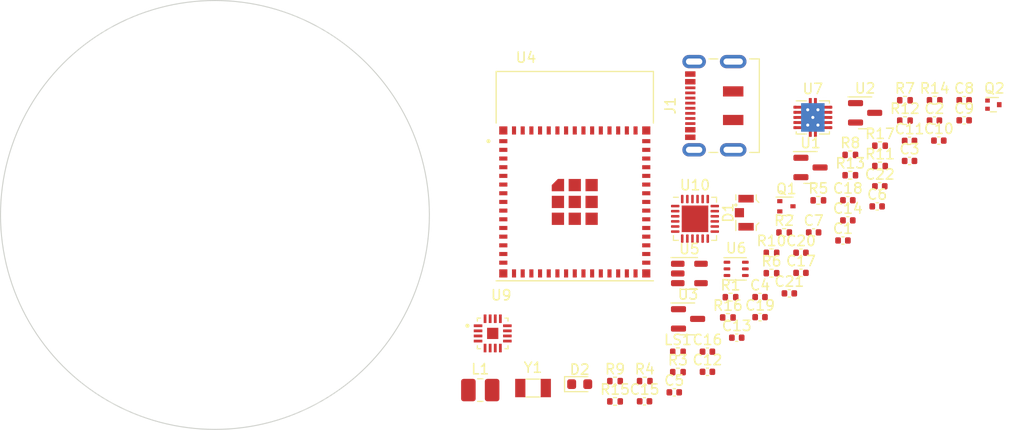
<source format=kicad_pcb>
(kicad_pcb (version 20211014) (generator pcbnew)
  (layers (0 "F.Cu" signal) (31 "B.Cu" signal) (34 "B.Paste" user) (35 "F.Paste" user) (36 "B.SilkS" user "B.Silkscreen") (37 "F.SilkS" user "F.Silkscreen") (38 "B.Mask" user) (39 "F.Mask" user) (44 "Edge.Cuts" user))
  (net 0 "")
  (net 1 "+3V3")
  (net 2 "GND")
  (net 3 "Net-(C4-Pad1)")
  (net 4 "IO0")
  (net 5 "+BATT")
  (net 6 "IO1")
  (net 7 "IO2")
  (net 8 "PSU")
  (net 9 "Net-(C12-Pad2)")
  (net 10 "Net-(C13-Pad1)")
  (net 11 "Net-(C14-Pad1)")
  (net 12 "Net-(C18-Pad1)")
  (net 13 "Net-(C19-Pad2)")
  (net 14 "STAT")
  (net 15 "Net-(D1-Pad3)")
  (net 16 "VCC_IN")
  (net 17 "CC1")
  (net 18 "D+")
  (net 19 "D-")
  (net 21 "CC2")
  (net 23 "Net-(L1-Pad2)")
  (net 24 "Net-(LS1-Pad1)")
  (net 25 "Net-(LS1-Pad2)")
  (net 26 "Net-(Q1-Pad1)")
  (net 27 "Net-(Q1-Pad3)")
  (net 28 "Net-(R1-Pad2)")
  (net 29 "HES1")
  (net 30 "HES2")
  (net 31 "HES3")
  (net 32 "Battery")
  (net 33 "Net-(R8-Pad2)")
  (net 34 "LED")
  (net 35 "Net-(J2-Pad2)")
  (net 36 "Net-(R14-Pad2)")
  (net 37 "BCLK")
  (net 38 "DIN")
  (net 39 "GAIN")
  (net 40 "LRCLK")
  (net 41 "SD")
  (net 68 "SCL")
  (net 70 "SDA")
  (footprint "Resistor_SMD:R_0402_1005Metric" (layer "F.Cu") (at 212.69 98.05)
    (fp_text reference "R1" (at 0 -1.17) (layer "F.SilkS"))
    (fp_text value "TBD")
    (pad "1" smd roundrect (at -0.51 0) (size 0.54 0.64) (layers "F.Cu" "F.Paste" "F.Mask") (net 2 "GND"))
    (pad "2" smd roundrect (at 0.51 0) (size 0.54 0.64) (layers "F.Cu" "F.Paste" "F.Mask") (net 28 "Net-(R1-Pad2)"))
  )
  (footprint "Package_TO_SOT_SMD:SOT-23" (layer "F.Cu") (at 225.87 80)
    (fp_text reference "U2" (at 0 -2.4) (layer "F.SilkS"))
    (fp_text value "DRV5021")
    (pad "1" smd roundrect (at -0.9375 -0.95) (size 1.475 0.6) (layers "F.Cu" "F.Paste" "F.Mask") (net 1 "+3V3"))
    (pad "2" smd roundrect (at -0.9375 0.95) (size 1.475 0.6) (layers "F.Cu" "F.Paste" "F.Mask") (net 30 "HES2"))
    (pad "3" smd roundrect (at 0.9375 0) (size 1.475 0.6) (layers "F.Cu" "F.Paste" "F.Mask") (net 2 "GND"))
  )
  (footprint "Resistor_SMD:R_0402_1005Metric" (layer "F.Cu") (at 201.38 106.27)
    (fp_text reference "R9" (at 0 -1.17) (layer "F.SilkS"))
    (fp_text value "250K")
    (pad "1" smd roundrect (at -0.51 0) (size 0.54 0.64) (layers "F.Cu" "F.Paste" "F.Mask") (net 33 "Net-(R8-Pad2)"))
    (pad "2" smd roundrect (at 0.51 0) (size 0.54 0.64) (layers "F.Cu" "F.Paste" "F.Mask") (net 2 "GND"))
  )
  (footprint "Package_SON:Texas_S-PVSON-N10_ThermalVias" (layer "F.Cu") (at 220.75 80.45)
    (fp_text reference "U7" (at 0 -2.8) (layer "F.SilkS"))
    (fp_text value "TPS61200DRC")
    (pad "1" smd rect (at -1.76 -1) (size 0.28 0.28) (layers "F.Cu" "F.Paste" "F.Mask") (net 11 "Net-(C14-Pad1)"))
    (pad "1" smd oval (at -1.475 -1) (size 0.85 0.28) (layers "F.Cu" "F.Paste" "F.Mask") (net 11 "Net-(C14-Pad1)"))
    (pad "2" smd oval (at -1.475 -0.5) (size 0.85 0.28) (layers "F.Cu" "F.Paste" "F.Mask") (net 1 "+3V3"))
    (pad "2" smd rect (at -1.76 -0.5) (size 0.28 0.28) (layers "F.Cu" "F.Paste" "F.Mask") (net 1 "+3V3"))
    (pad "3" smd rect (at -1.76 0) (size 0.28 0.28) (layers "F.Cu" "F.Paste" "F.Mask") (net 23 "Net-(L1-Pad2)"))
    (pad "3" smd oval (at -1.475 0) (size 0.85 0.28) (layers "F.Cu" "F.Paste" "F.Mask") (net 23 "Net-(L1-Pad2)"))
    (pad "4" smd oval (at -1.475 0.5) (size 0.85 0.28) (layers "F.Cu" "F.Paste" "F.Mask") (net 2 "GND"))
    (pad "4" smd rect (at -1.76 0.5) (size 0.28 0.28) (layers "F.Cu" "F.Paste" "F.Mask") (net 2 "GND"))
    (pad "5" smd rect (at -1.76 1) (size 0.28 0.28) (layers "F.Cu" "F.Paste" "F.Mask") (net 8 "PSU"))
    (pad "5" smd oval (at -1.475 1) (size 0.85 0.28) (layers "F.Cu" "F.Paste" "F.Mask") (net 8 "PSU"))
    (pad "6" smd oval (at 1.475 1) (size 0.85 0.28) (layers "F.Cu" "F.Paste" "F.Mask") (net 8 "PSU"))
    (pad "6" smd rect (at 1.76 1) (size 0.28 0.28) (layers "F.Cu" "F.Paste" "F.Mask") (net 8 "PSU"))
    (pad "7" smd oval (at 1.475 0.5) (size 0.85 0.28) (layers "F.Cu" "F.Paste" "F.Mask") (net 33 "Net-(R8-Pad2)"))
    (pad "7" smd rect (at 1.76 0.5) (size 0.28 0.28) (layers "F.Cu" "F.Paste" "F.Mask") (net 33 "Net-(R8-Pad2)"))
    (pad "8" smd rect (at 1.76 0) (size 0.28 0.28) (layers "F.Cu" "F.Paste" "F.Mask") (net 8 "PSU"))
    (pad "8" smd oval (at 1.475 0) (size 0.85 0.28) (layers "F.Cu" "F.Paste" "F.Mask") (net 8 "PSU"))
    (pad "9" smd oval (at 1.475 -0.5) (size 0.85 0.28) (layers "F.Cu" "F.Paste" "F.Mask") (net 2 "GND"))
    (pad "9" smd rect (at 1.76 -0.5) (size 0.28 0.28) (layers "F.Cu" "F.Paste" "F.Mask") (net 2 "GND"))
    (pad "10" smd oval (at 1.475 -1) (size 0.85 0.28) (layers "F.Cu" "F.Paste" "F.Mask") (net 36 "Net-(R14-Pad2)"))
    (pad "10" smd rect (at 1.76 -1) (size 0.28 0.28) (layers "F.Cu" "F.Paste" "F.Mask") (net 36 "Net-(R14-Pad2)"))
    (pad "11" thru_hole circle (at -0.5 0.75) (size 0.6 0.6) (drill 0.3) (layers *.Cu *.Mask) (net 2 "GND"))
    (pad "11" smd rect (at 0 0) (size 1.65 2.4) (layers "F.Cu" "F.Mask") (net 2 "GND"))
    (pad "11" smd rect (at -0.25 1.55) (size 0.28 0.7) (layers "F.Cu" "F.Mask") (net 2 "GND"))
    (pad "11" smd rect (at 0.25 1.55) (size 0.28 0.7) (layers "F.Cu" "F.Mask") (net 2 "GND"))
    (pad "11" smd rect (at -0.25 -1.63) (size 0.26 0.5) (layers "F.Cu" "F.Paste" "F.Mask") (net 2 "GND"))
    (pad "11" smd rect (at -0.25 -1.55) (size 0.28 0.7) (layers "F.Cu" "F.Mask") (net 2 "GND"))
    (pad "11" smd rect (at 0.45 -0.635) (size 0.68 1.05) (layers "F.Cu" "F.Paste" "F.Mask") (net 2 "GND"))
    (pad "11" smd rect (at 0 0) (size 2.3 2.8) (layers "B.Cu") (net 2 "GND"))
    (pad "11" smd rect (at -0.25 1.63) (size 0.26 0.5) (layers "F.Cu" "F.Paste" "F.Mask") (net 2 "GND"))
    (pad "11" smd rect (at -0.45 0.635) (size 0.68 1.05) (layers "F.Cu" "F.Paste" "F.Mask") (net 2 "GND"))
    (pad "11" smd rect (at 0.25 -1.55) (size 0.28 0.7) (layers "F.Cu" "F.Mask") (net 2 "GND"))
    (pad "11" thru_hole circle (at -0.5 -0.75) (size 0.6 0.6) (drill 0.3) (layers *.Cu *.Mask) (net 2 "GND"))
    (pad "11" smd rect (at -0.45 -0.635) (size 0.68 1.05) (layers "F.Cu" "F.Paste" "F.Mask") (net 2 "GND"))
    (pad "11" thru_hole circle (at 0 0) (size 0.6 0.6) (drill 0.3) (layers *.Cu *.Mask) (net 2 "GND"))
    (pad "11" smd rect (at 0.25 -1.63) (size 0.26 0.5) (layers "F.Cu" "F.Paste" "F.Mask") (net 2 "GND"))
    (pad "11" thru_hole circle (at 0.5 -0.75) (size 0.6 0.6) (drill 0.3) (layers *.Cu *.Mask) (net 2 "GND"))
    (pad "11" smd rect (at 0.25 1.63) (size 0.26 0.5) (layers "F.Cu" "F.Paste" "F.Mask") (net 2 "GND"))
    (pad "11" thru_hole circle (at 0.5 0.75) (size 0.6 0.6) (drill 0.3) (layers *.Cu *.Mask) (net 2 "GND"))
    (pad "11" smd rect (at 0.45 0.635) (size 0.68 1.05) (layers "F.Cu" "F.Paste" "F.Mask") (net 2 "GND"))
  )
  (footprint "Capacitor_SMD:C_0402_1005Metric" (layer "F.Cu") (at 227.31 87.19)
    (fp_text reference "C22" (at 0 -1.16) (layer "F.SilkS"))
    (fp_text value "10uF")
    (pad "1" smd roundrect (at -0.48 0) (size 0.56 0.62) (layers "F.Cu" "F.Paste" "F.Mask") (net 1 "+3V3"))
    (pad "2" smd roundrect (at 0.48 0) (size 0.56 0.62) (layers "F.Cu" "F.Paste" "F.Mask") (net 2 "GND"))
  )
  (footprint "Capacitor_SMD:C_0402_1005Metric" (layer "F.Cu") (at 219.59 93.7)
    (fp_text reference "C20" (at 0 -1.16) (layer "F.SilkS"))
    (fp_text value "0.1uF")
    (pad "1" smd roundrect (at -0.48 0) (size 0.56 0.62) (layers "F.Cu" "F.Paste" "F.Mask") (net 2 "GND"))
    (pad "2" smd roundrect (at 0.48 0) (size 0.56 0.62) (layers "F.Cu" "F.Paste" "F.Mask") (net 1 "+3V3"))
  )
  (footprint "Capacitor_SMD:C_0402_1005Metric" (layer "F.Cu") (at 204.27 108.25)
    (fp_text reference "C15" (at 0 -1.16) (layer "F.SilkS"))
    (fp_text value "1uF")
    (pad "1" smd roundrect (at -0.48 0) (size 0.56 0.62) (layers "F.Cu" "F.Paste" "F.Mask") (net 8 "PSU"))
    (pad "2" smd roundrect (at 0.48 0) (size 0.56 0.62) (layers "F.Cu" "F.Paste" "F.Mask") (net 2 "GND"))
  )
  (footprint "Capacitor_SMD:C_0402_1005Metric" (layer "F.Cu") (at 218.45 97.68)
    (fp_text reference "C21" (at 0 -1.16) (layer "F.SilkS"))
    (fp_text value "0.1uF")
    (pad "1" smd roundrect (at -0.48 0) (size 0.56 0.62) (layers "F.Cu" "F.Paste" "F.Mask") (net 1 "+3V3"))
    (pad "2" smd roundrect (at 0.48 0) (size 0.56 0.62) (layers "F.Cu" "F.Paste" "F.Mask") (net 2 "GND"))
  )
  (footprint "Resistor_SMD:R_0402_1005Metric" (layer "F.Cu") (at 229.77 80.76)
    (fp_text reference "R12" (at 0 -1.17) (layer "F.SilkS"))
    (fp_text value "10")
    (pad "1" smd roundrect (at -0.51 0) (size 0.54 0.64) (layers "F.Cu" "F.Paste" "F.Mask") (net 27 "Net-(Q1-Pad3)"))
    (pad "2" smd roundrect (at 0.51 0) (size 0.54 0.64) (layers "F.Cu" "F.Paste" "F.Mask") (net 35 "Net-(J2-Pad2)"))
  )
  (footprint "Capacitor_SMD:C_0402_1005Metric" (layer "F.Cu") (at 207.18 107.37)
    (fp_text reference "C5" (at 0 -1.16) (layer "F.SilkS"))
    (fp_text value "0.1uF")
    (pad "1" smd roundrect (at -0.48 0) (size 0.56 0.62) (layers "F.Cu" "F.Paste" "F.Mask") (net 4 "IO0"))
    (pad "2" smd roundrect (at 0.48 0) (size 0.56 0.62) (layers "F.Cu" "F.Paste" "F.Mask") (net 2 "GND"))
  )
  (footprint "Capacitor_SMD:C_0402_1005Metric" (layer "F.Cu") (at 215.58 100.01)
    (fp_text reference "C19" (at 0 -1.16) (layer "F.SilkS"))
    (fp_text value "22nF")
    (pad "1" smd roundrect (at -0.48 0) (size 0.56 0.62) (layers "F.Cu" "F.Paste" "F.Mask") (net 2 "GND"))
    (pad "2" smd roundrect (at 0.48 0) (size 0.56 0.62) (layers "F.Cu" "F.Paste" "F.Mask") (net 13 "Net-(C19-Pad2)"))
  )
  (footprint "Resistor_SMD:R_0402_1005Metric" (layer "F.Cu") (at 227.33 83.22)
    (fp_text reference "R17" (at 0 -1.17) (layer "F.SilkS"))
    (fp_text value "5.1K")
    (pad "1" smd roundrect (at -0.51 0) (size 0.54 0.64) (layers "F.Cu" "F.Paste" "F.Mask") (net 2 "GND"))
    (pad "2" smd roundrect (at 0.51 0) (size 0.54 0.64) (layers "F.Cu" "F.Paste" "F.Mask") (net 17 "CC1"))
  )
  (footprint "Resistor_SMD:R_0402_1005Metric" (layer "F.Cu") (at 204.29 106.27)
    (fp_text reference "R4" (at 0 -1.17) (layer "F.SilkS"))
    (fp_text value "10K")
    (pad "1" smd roundrect (at -0.51 0) (size 0.54 0.64) (layers "F.Cu" "F.Paste" "F.Mask") (net 1 "+3V3"))
    (pad "2" smd roundrect (at 0.51 0) (size 0.54 0.64) (layers "F.Cu" "F.Paste" "F.Mask") (net 31 "HES3"))
  )
  (footprint "Resistor_SMD:R_0402_1005Metric" (layer "F.Cu") (at 201.38 108.26)
    (fp_text reference "R15" (at 0 -1.17) (layer "F.SilkS"))
    (fp_text value "250K")
    (pad "1" smd roundrect (at -0.51 0) (size 0.54 0.64) (layers "F.Cu" "F.Paste" "F.Mask") (net 36 "Net-(R14-Pad2)"))
    (pad "2" smd roundrect (at 0.51 0) (size 0.54 0.64) (layers "F.Cu" "F.Paste" "F.Mask") (net 2 "GND"))
  )
  (footprint "Capacitor_SMD:C_0402_1005Metric" (layer "F.Cu") (at 235.57 80.73)
    (fp_text reference "C9" (at 0 -1.16) (layer "F.SilkS"))
    (fp_text value "0.1uF")
    (pad "1" smd roundrect (at -0.48 0) (size 0.56 0.62) (layers "F.Cu" "F.Paste" "F.Mask") (net 1 "+3V3"))
    (pad "2" smd roundrect (at 0.48 0) (size 0.56 0.62) (layers "F.Cu" "F.Paste" "F.Mask") (net 2 "GND"))
  )
  (footprint "Capacitor_SMD:C_0402_1005Metric" (layer "F.Cu") (at 223.7 92.5)
    (fp_text reference "C1" (at 0 -1.16) (layer "F.SilkS"))
    (fp_text value "0.1uF")
    (pad "1" smd roundrect (at -0.48 0) (size 0.56 0.62) (layers "F.Cu" "F.Paste" "F.Mask") (net 1 "+3V3"))
    (pad "2" smd roundrect (at 0.48 0) (size 0.56 0.62) (layers "F.Cu" "F.Paste" "F.Mask") (net 2 "GND"))
  )
  (footprint "Resistor_SMD:R_0402_1005Metric" (layer "F.Cu") (at 224.42 86.11)
    (fp_text reference "R13" (at 0 -1.17) (layer "F.SilkS"))
    (fp_text value "100K")
    (pad "1" smd roundrect (at -0.51 0) (size 0.54 0.64) (layers "F.Cu" "F.Paste" "F.Mask") (net 2 "GND"))
    (pad "2" smd roundrect (at 0.51 0) (size 0.54 0.64) (layers "F.Cu" "F.Paste" "F.Mask") (net 16 "VCC_IN"))
  )
  (footprint "OptoDevice:Lite-On_LTR-303ALS-01" (layer "F.Cu") (at 213.24 95.28)
    (fp_text reference "U6" (at 0 -2.025) (layer "F.SilkS"))
    (fp_text value "LTR-303ALS-01")
    (pad "1" smd roundrect (at -0.9 -0.65) (size 0.65 0.3) (layers "F.Cu" "F.Paste" "F.Mask") (net 1 "+3V3"))
    (pad "2" smd roundrect (at -0.9 0) (size 0.65 0.3) (layers "F.Cu" "F.Paste" "F.Mask"))
    (pad "3" smd roundrect (at -0.9 0.65) (size 0.65 0.3) (layers "F.Cu" "F.Paste" "F.Mask") (net 2 "GND"))
    (pad "4" smd roundrect (at 0.9 0.65) (size 0.65 0.3) (layers "F.Cu" "F.Paste" "F.Mask") (net 68 "SCL"))
    (pad "5" smd roundrect (at 0.9 0) (size 0.65 0.3) (layers "F.Cu" "F.Paste" "F.Mask"))
    (pad "6" smd roundrect (at 0.9 -0.65) (size 0.65 0.3) (layers "F.Cu" "F.Paste" "F.Mask") (net 70 "SDA"))
  )
  (footprint "Capacitor_SMD:C_0402_1005Metric" (layer "F.Cu") (at 210.43 103.39)
    (fp_text reference "C16" (at 0 -1.16) (layer "F.SilkS"))
    (fp_text value "0.1uF")
    (pad "1" smd roundrect (at -0.48 0) (size 0.56 0.62) (layers "F.Cu" "F.Paste" "F.Mask") (net 2 "GND"))
    (pad "2" smd roundrect (at 0.48 0) (size 0.56 0.62) (layers "F.Cu" "F.Paste" "F.Mask") (net 1 "+3V3"))
  )
  (footprint "Capacitor_SMD:C_0402_1005Metric" (layer "F.Cu") (at 232.66 80.75)
    (fp_text reference "C2" (at 0 -1.16) (layer "F.SilkS"))
    (fp_text value "0.1uF")
    (pad "1" smd roundrect (at -0.48 0) (size 0.56 0.62) (layers "F.Cu" "F.Paste" "F.Mask") (net 1 "+3V3"))
    (pad "2" smd roundrect (at 0.48 0) (size 0.56 0.62) (layers "F.Cu" "F.Paste" "F.Mask") (net 2 "GND"))
  )
  (footprint "Capacitor_SMD:C_0402_1005Metric" (layer "F.Cu") (at 219.59 95.67)
    (fp_text reference "C17" (at 0 -1.16) (layer "F.SilkS"))
    (fp_text value "10uF")
    (pad "1" smd roundrect (at -0.48 0) (size 0.56 0.62) (layers "F.Cu" "F.Paste" "F.Mask") (net 2 "GND"))
    (pad "2" smd roundrect (at 0.48 0) (size 0.56 0.62) (layers "F.Cu" "F.Paste" "F.Mask") (net 1 "+3V3"))
  )
  (footprint "Package_TO_SOT_SMD:SOT-523" (layer "F.Cu") (at 218.16 89.15)
    (fp_text reference "Q1" (at 0 -1.7) (layer "F.SilkS"))
    (fp_text value "Q_NPN_BEC")
    (pad "1" smd rect (at -0.645 -0.5 180) (size 0.51 0.4) (layers "F.Cu" "F.Paste" "F.Mask") (net 26 "Net-(Q1-Pad1)"))
    (pad "2" smd rect (at -0.645 0.5 180) (size 0.51 0.4) (layers "F.Cu" "F.Paste" "F.Mask") (net 2 "GND"))
    (pad "3" smd rect (at 0.645 0 180) (size 0.51 0.4) (layers "F.Cu" "F.Paste" "F.Mask") (net 27 "Net-(Q1-Pad3)"))
  )
  (footprint "Connector_USB:USB_C_Receptacle_JAE_DX07S016JA1R1500" (layer "F.Cu") (at 211.8 79.3 90)
    (fp_text reference "J1" (at 0 -5 90) (layer "F.SilkS"))
    (fp_text value "USB_C_Receptacle")
    (pad "" np_thru_hole circle (at -3 -1.95 90) (size 0.6 0.6) (drill 0.6) (layers F&B.Cu *.Mask))
    (pad "" np_thru_hole oval (at 3 -1.95 90) (size 0.85 0.6) (drill oval 0.85 0.6) (layers F&B.Cu *.Mask))
    (pad "" smd rect (at -1.4 1.15 90) (size 1 2) (layers "F.Cu" "F.Paste" "F.Mask"))
    (pad "" smd rect (at 1.4 1.15 90) (size 1 2) (layers "F.Cu" "F.Paste" "F.Mask"))
    (pad "A1" smd rect (at -3.1 -3.05 90) (size 0.52 1) (layers "F.Cu" "F.Paste" "F.Mask") (net 2 "GND"))
    (pad "A4" smd rect (at -2.35 -3.05 90) (size 0.52 1) (layers "F.Cu" "F.Paste" "F.Mask") (net 16 "VCC_IN"))
    (pad "A5" smd rect (at -1.75 -3.05 90) (size 0.27 1) (layers "F.Cu" "F.Paste" "F.Mask") (net 17 "CC1"))
    (pad "A6" smd rect (at -0.25 -3.05 90) (size 0.27 1) (layers "F.Cu" "F.Paste" "F.Mask") (net 18 "D+"))
    (pad "A7" smd rect (at 0.75 -3.05 90) (size 0.27 1) (layers "F.Cu" "F.Paste" "F.Mask") (net 19 "D-"))
    (pad "A8" smd rect (at 1.75 -3.05 90) (size 0.27 1) (layers "F.Cu" "F.Paste" "F.Mask"))
    (pad "A9" smd rect (at 2.35 -3.05 90) (size 0.52 1) (layers "F.Cu" "F.Paste" "F.Mask") (net 16 "VCC_IN"))
    (pad "A12" smd rect (at 3.1 -3.05 90) (size 0.52 1) (layers "F.Cu" "F.Paste" "F.Mask") (net 2 "GND"))
    (pad "B1" smd rect (at 3.1 -3.05 90) (size 0.52 1) (layers "F.Cu" "F.Paste" "F.Mask") (net 2 "GND"))
    (pad "B4" smd rect (at 2.35 -3.05 90) (size 0.52 1) (layers "F.Cu" "F.Paste" "F.Mask") (net 16 "VCC_IN"))
    (pad "B5" smd rect (at 1.25 -3.05 90) (size 0.27 1) (layers "F.Cu" "F.Paste" "F.Mask") (net 21 "CC2"))
    (pad "B6" smd rect (at 0.25 -3.05 90) (size 0.27 1) (layers "F.Cu" "F.Paste" "F.Mask") (net 18 "D+"))
    (pad "B7" smd rect (at -0.75 -3.05 90) (size 0.27 1) (layers "F.Cu" "F.Paste" "F.Mask") (net 19 "D-"))
    (pad "B8" smd rect (at -1.25 -3.05 90) (size 0.27 1) (layers "F.Cu" "F.Paste" "F.Mask"))
    (pad "B9" smd rect (at -2.35 -3.05 90) (size 0.52 1) (layers "F.Cu" "F.Paste" "F.Mask") (net 16 "VCC_IN"))
    (pad "B12" smd rect (at -3.1 -3.05 90) (size 0.52 1) (layers "F.Cu" "F.Paste" "F.Mask") (net 2 "GND"))
    (pad "S1" thru_hole oval (at 4.32 1.15 90) (size 1.3 2.6) (drill oval 0.6 1.9) (layers *.Cu *.Mask) (net 2 "GND"))
    (pad "S1" thru_hole oval (at 4.32 -2.675 90) (size 1.3 2.3) (drill oval 0.6 1.6) (layers *.Cu *.Mask) (net 2 "GND"))
    (pad "S1" thru_hole oval (at -4.32 -2.675 90) (size 1.3 2.3) (drill oval 0.6 1.6) (layers *.Cu *.Mask) (net 2 "GND"))
    (pad "S1" thru_hole oval (at -4.32 1.15 90) (size 1.3 2.6) (drill oval 0.6 1.9) (layers *.Cu *.Mask) (net 2 "GND"))
  )
  (footprint "Capacitor_SMD:C_0402_1005Metric" (layer "F.Cu") (at 215.58 98.04)
    (fp_text reference "C4" (at 0 -1.16) (layer "F.SilkS"))
    (fp_text value "0.1uF")
    (pad "1" smd roundrect (at -0.48 0) (size 0.56 0.62) (layers "F.Cu" "F.Paste" "F.Mask") (net 3 "Net-(C4-Pad1)"))
    (pad "2" smd roundrect (at 0.48 0) (size 0.56 0.62) (layers "F.Cu" "F.Paste" "F.Mask") (net 2 "GND"))
  )
  (footprint "Package_TO_SOT_SMD:SOT-723" (layer "F.Cu") (at 238.43 79.2)
    (fp_text reference "Q2" (at 0.1 -1.6) (layer "F.SilkS"))
    (fp_text value "C70022")
    (pad "1" smd rect (at -0.575 -0.4) (size 0.45 0.4) (layers "F.Cu" "F.Paste" "F.Mask") (net 16 "VCC_IN"))
    (pad "2" smd rect (at -0.575 0.4) (size 0.45 0.4) (layers "F.Cu" "F.Paste" "F.Mask") (net 8 "PSU"))
    (pad "3" smd rect (at 0.575 0) (size 0.45 0.5) (layers "F.Cu" "F.Paste" "F.Mask") (net 5 "+BATT"))
  )
  (footprint "Resistor_SMD:R_0402_1005Metric" (layer "F.Cu") (at 229.77 78.77)
    (fp_text reference "R7" (at 0 -1.17) (layer "F.SilkS"))
    (fp_text value "470")
    (pad "1" smd roundrect (at -0.51 0) (size 0.54 0.64) (layers "F.Cu" "F.Paste" "F.Mask") (net 15 "Net-(D1-Pad3)"))
    (pad "2" smd roundrect (at 0.51 0) (size 0.54 0.64) (layers "F.Cu" "F.Paste" "F.Mask") (net 16 "VCC_IN"))
  )
  (footprint "Crystal:Crystal_SMD_3215-2Pin_3.2x1.5mm" (layer "F.Cu") (at 193.35 106.95)
    (fp_text reference "Y1" (at 0 -2) (layer "F.SilkS"))
    (fp_text value "32.768KHz")
    (pad "1" smd rect (at 1.25 0) (size 1 1.8) (layers "F.Cu" "F.Paste" "F.Mask") (net 10 "Net-(C13-Pad1)"))
    (pad "2" smd rect (at -1.25 0) (size 1 1.8) (layers "F.Cu" "F.Paste" "F.Mask") (net 9 "Net-(C12-Pad2)"))
  )
  (footprint "Capacitor_SMD:C_0402_1005Metric" (layer "F.Cu") (at 213.3 102.02)
    (fp_text reference "C13" (at 0 -1.16) (layer "F.SilkS"))
    (fp_text value "12pF")
    (pad "1" smd roundrect (at -0.48 0) (size 0.56 0.62) (layers "F.Cu" "F.Paste" "F.Mask") (net 10 "Net-(C13-Pad1)"))
    (pad "2" smd roundrect (at 0.48 0) (size 0.56 0.62) (layers "F.Cu" "F.Paste" "F.Mask") (net 2 "GND"))
  )
  (footprint "Resistor_SMD:R_0402_1005Metric" (layer "F.Cu") (at 212.43 100.04)
    (fp_text reference "R16" (at 0 -1.17) (layer "F.SilkS"))
    (fp_text value "5.1K")
    (pad "1" smd roundrect (at -0.51 0) (size 0.54 0.64) (layers "F.Cu" "F.Paste" "F.Mask") (net 2 "GND"))
    (pad "2" smd roundrect (at 0.51 0) (size 0.54 0.64) (layers "F.Cu" "F.Paste" "F.Mask") (net 21 "CC2"))
  )
  (footprint "Capacitor_SMD:C_0402_1005Metric" (layer "F.Cu") (at 230.22 84.71)
    (fp_text reference "C3" (at 0 -1.16) (layer "F.SilkS"))
    (fp_text value "0.1uF")
    (pad "1" smd roundrect (at -0.48 0) (size 0.56 0.62) (layers "F.Cu" "F.Paste" "F.Mask") (net 1 "+3V3"))
    (pad "2" smd roundrect (at 0.48 0) (size 0.56 0.62) (layers "F.Cu" "F.Paste" "F.Mask") (net 2 "GND"))
  )
  (footprint "Resistor_SMD:R_0402_1005Metric" (layer "F.Cu") (at 207.54 105.39)
    (fp_text reference "R3" (at 0 -1.17) (layer "F.SilkS"))
    (fp_text value "10K")
    (pad "1" smd roundrect (at -0.51 0) (size 0.54 0.64) (layers "F.Cu" "F.Paste" "F.Mask") (net 1 "+3V3"))
    (pad "2" smd roundrect (at 0.51 0) (size 0.54 0.64) (layers "F.Cu" "F.Paste" "F.Mask") (net 30 "HES2"))
  )
  (footprint "footprint:QFN50P300X300X80-17N" (layer "F.Cu") (at 189.4 101.6)
    (fp_text reference "U9" (at 0.835 -3.74) (layer "F.SilkS"))
    (fp_text value "MAX98357AETE")
    (pad "1" smd roundrect locked (at -1.435 -0.75) (size 0.84 0.27) (layers "F.Cu" "F.Paste" "F.Mask") (roundrect_rratio 0.03) (net 38 "DIN"))
    (pad "2" smd roundrect locked (at -1.435 -0.25) (size 0.84 0.27) (layers "F.Cu" "F.Paste" "F.Mask") (roundrect_rratio 0.03) (net 39 "GAIN"))
    (pad "3" smd roundrect locked (at -1.435 0.25) (size 0.84 0.27) (layers "F.Cu" "F.Paste" "F.Mask") (roundrect_rratio 0.03) (net 2 "GND"))
    (pad "4" smd roundrect locked (at -1.435 0.75) (size 0.84 0.27) (layers "F.Cu" "F.Paste" "F.Mask") (roundrect_rratio 0.03) (net 41 "SD"))
    (pad "5" smd roundrect locked (at -0.75 1.435 90) (size 0.84 0.27) (layers "F.Cu" "F.Paste" "F.Mask") (roundrect_rratio 0.03))
    (pad "6" smd roundrect locked (at -0.25 1.435 90) (size 0.84 0.27) (layers "F.Cu" "F.Paste" "F.Mask") (roundrect_rratio 0.03))
    (pad "7" smd roundrect locked (at 0.25 1.435 90) (size 0.84 0.27) (layers "F.Cu" "F.Paste" "F.Mask") (roundrect_rratio 0.03) (net 1 "+3V3"))
    (pad "8" smd roundrect locked (at 0.75 1.435 90) (size 0.84 0.27) (layers "F.Cu" "F.Paste" "F.Mask") (roundrect_rratio 0.03) (net 1 "+3V3"))
    (pad "9" smd roundrect locked (at 1.435 0.75) (size 0.84 0.27) (layers "F.Cu" "F.Paste" "F.Mask") (roundrect_rratio 0.03) (net 25 "Net-(LS1-Pad2)"))
    (pad "10" smd roundrect locked (at 1.435 0.25) (size 0.84 0.27) (layers "F.Cu" "F.Paste" "F.Mask") (roundrect_rratio 0.03) (net 24 "Net-(LS1-Pad1)"))
    (pad "11" smd roundrect locked (at 1.435 -0.25) (size 0.84 0.27) (layers "F.Cu" "F.Paste" "F.Mask") (roundrect_rratio 0.03) (net 2 "GND"))
    (pad "12" smd roundrect locked (at 1.435 -0.75) (size 0.84 0.27) (layers "F.Cu" "F.Paste" "F.Mask") (roundrect_rratio 0.03))
    (pad "13" smd roundrect locked (at 0.75 -1.435 90) (size 0.84 0.27) (layers "F.Cu" "F.Paste" "F.Mask") (roundrect_rratio 0.03))
    (pad "14" smd roundrect locked (at 0.25 -1.435 90) (size 0.84 0.27) (layers "F.Cu" "F.Paste" "F.Mask") (roundrect_rratio 0.03) (net 40 "LRCLK"))
    (pad "15" smd roundrect locked (at -0.25 -1.435 90) (size 0.84 0.27) (layers "F.Cu" "F.Paste" "F.Mask") (roundrect_rratio 0.03) (net 2 "GND"))
    (pad "16" smd roundrect locked (at -0.75 -1.435 90) (size 0.84 0.27) (layers "F.Cu" "F.Paste" "F.Mask") (roundrect_rratio 0.03) (net 37 "BCLK"))
    (pad "17" smd rect locked (at 0 0) (size 1.1 1.1) (layers "F.Cu" "F.Mask") (net 2 "GND"))
  )
  (footprint "footprint:XCVR_ESP32-S3-MINI-1-N8" (layer "F.Cu") (at 197.4375 88.725)
    (fp_text reference "U4" (at -4.775 -14.135) (layer "F.SilkS"))
    (fp_text value "ESP32-S3-MINI-1-N8")
    (pad "1" smd rect locked (at -7 -5.95) (size 0.8 0.4) (layers "F.Cu" "F.Paste" "F.Mask") (net 2 "GND"))
    (pad "2" smd rect locked (at -7 -5.1) (size 0.8 0.4) (layers "F.Cu" "F.Paste" "F.Mask") (net 2 "GND"))
    (pad "3" smd rect locked (at -7 -4.25) (size 0.8 0.4) (layers "F.Cu" "F.Paste" "F.Mask") (net 1 "+3V3"))
    (pad "4" smd rect locked (at -7 -3.4) (size 0.8 0.4) (layers "F.Cu" "F.Paste" "F.Mask") (net 4 "IO0"))
    (pad "5" smd rect locked (at -7 -2.55) (size 0.8 0.4) (layers "F.Cu" "F.Paste" "F.Mask") (net 6 "IO1"))
    (pad "6" smd rect locked (at -7 -1.7) (size 0.8 0.4) (layers "F.Cu" "F.Paste" "F.Mask") (net 7 "IO2"))
    (pad "7" smd rect locked (at -7 -0.85) (size 0.8 0.4) (layers "F.Cu" "F.Paste" "F.Mask") (net 37 "BCLK"))
    (pad "8" smd rect locked (at -7 0) (size 0.8 0.4) (layers "F.Cu" "F.Paste" "F.Mask") (net 38 "DIN"))
    (pad "9" smd rect locked (at -7 0.85) (size 0.8 0.4) (layers "F.Cu" "F.Paste" "F.Mask") (net 39 "GAIN"))
    (pad "10" smd rect locked (at -7 1.7) (size 0.8 0.4) (layers "F.Cu" "F.Paste" "F.Mask") (net 40 "LRCLK"))
    (pad "11" smd rect locked (at -7 2.55) (size 0.8 0.4) (layers "F.Cu" "F.Paste" "F.Mask") (net 41 "SD"))
    (pad "12" smd rect locked (at -7 3.4) (size 0.8 0.4) (layers "F.Cu" "F.Paste" "F.Mask") (net 29 "HES1"))
    (pad "13" smd rect locked (at -7 4.25) (size 0.8 0.4) (layers "F.Cu" "F.Paste" "F.Mask") (net 30 "HES2"))
    (pad "14" smd rect locked (at -7 5.1) (size 0.8 0.4) (layers "F.Cu" "F.Paste" "F.Mask") (net 31 "HES3"))
    (pad "15" smd rect locked (at -7 5.95) (size 0.8 0.4) (layers "F.Cu" "F.Paste" "F.Mask"))
    (pad "16" smd rect locked (at -5.95 7) (size 0.4 0.8) (layers "F.Cu" "F.Paste" "F.Mask"))
    (pad "17" smd rect locked (at -5.1 7) (size 0.4 0.8) (layers "F.Cu" "F.Paste" "F.Mask"))
    (pad "18" smd rect locked (at -4.25 7) (size 0.4 0.8) (layers "F.Cu" "F.Paste" "F.Mask"))
    (pad "19" smd rect locked (at -3.4 7) (size 0.4 0.8) (layers "F.Cu" "F.Paste" "F.Mask"))
    (pad "20" smd rect locked (at -2.55 7) (size 0.4 0.8) (layers "F.Cu" "F.Paste" "F.Mask"))
    (pad "21" smd rect locked (at -1.7 7) (size 0.4 0.8) (layers "F.Cu" "F.Paste" "F.Mask"))
    (pad "22" smd rect locked (at -0.85 7) (size 0.4 0.8) (layers "F.Cu" "F.Paste" "F.Mask"))
    (pad "23" smd rect locked (at 0 7) (size 0.4 0.8) (layers "F.Cu" "F.Paste" "F.Mask") (net 19 "D-"))
    (pad "24" smd rect locked (at 0.85 7) (size 0.4 0.8) (layers "F.Cu" "F.Paste" "F.Mask") (net 18 "D+"))
    (pad "25" smd rect locked (at 1.7 7) (size 0.4 0.8) (layers "F.Cu" "F.Paste" "F.Mask"))
    (pad "26" smd rect locked (at 2.55 7) (size 0.4 0.8) (layers "F.Cu" "F.Paste" "F.Mask"))
    (pad "27" smd rect locked (at 3.4 7) (size 0.4 0.8) (layers "F.Cu" "F.Paste" "F.Mask"))
    (pad "28" smd rect locked (at 4.25 7) (size 0.4 0.8) (layers "F.Cu" "F.Paste" "F.Mask"))
    (pad "29" smd rect locked (at 5.1 7) (size 0.4 0.8) (layers "F.Cu" "F.Paste" "F.Mask"))
    (pad "30" smd rect locked (at 5.95 7) (size 0.4 0.8) (layers "F.Cu" "F.Paste" "F.Mask"))
    (pad "31" smd rect locked (at 7 5.95) (size 0.8 0.4) (layers "F.Cu" "F.Paste" "F.Mask"))
    (pad "32" smd rect locked (at 7 5.1) (size 0.8 0.4) (layers "F.Cu" "F.Paste" "F.Mask"))
    (pad "33" smd rect locked (at 7 4.25) (size 0.8 0.4) (layers "F.Cu" "F.Paste" "F.Mask"))
    (pad "34" smd rect locked (at 7 3.4) (size 0.8 0.4) (layers "F.Cu" "F.Paste" "F.Mask"))
    (pad "35" smd rect locked (at 7 2.55) (size 0.8 0.4) (layers "F.Cu" "F.Paste" "F.Mask"))
    (pad "36" smd rect locked (at 7 1.7) (size 0.8 0.4) (layers "F.Cu" "F.Paste" "F.Mask"))
    (pad "37" smd rect locked (at 7 0.85) (size 0.8 0.4) (layers "F.Cu" "F.Paste" "F.Mask"))
    (pad "38" smd rect locked (at 7 0) (size 0.8 0.4) (layers "F.Cu" "F.Paste" "F.Mask"))
    (pad "39" smd rect locked (at 7 -0.85) (size 0.8 0.4) (layers "F.Cu" "F.Paste" "F.Mask"))
    (pad "40" smd rect locked (at 7 -1.7) (size 0.8 0.4) (layers "F.Cu" "F.Paste" "F.Mask"))
    (pad "41" smd rect locked (at 7 -2.55) (size 0.8 0.4) (layers "F.Cu" "F.Paste" "F.Mask"))
    (pad "42" smd rect locked (at 7 -3.4) (size 0.8 0.4) (layers "F.Cu" "F.Paste" "F.Mask") (net 2 "GND"))
    (pad "43" smd rect locked (at 7 -4.25) (size 0.8 0.4) (layers "F.Cu" "F.Paste" "F.Mask") (net 2 "GND"))
    (pad "44" smd rect locked (at 7 -5.1) (size 0.8 0.4) (layers "F.Cu" "F.Paste" "F.Mask"))
    (pad "45" smd rect locked (at 7 -5.95) (size 0.8 0.4) (layers "F.Cu" "F.Paste" "F.Mask") (net 3 "Net-(C4-Pad1)"))
    (pad "46" smd rect locked (at 5.95 -7) (size 0.4 0.8) (layers "F.Cu" "F.Paste" "F.Mask") (net 2 "GND"))
    (pad "47" smd rect locked (at 5.1 -7) (size 0.4 0.8) (layers "F.Cu" "F.Paste" "F.Mask") (net 2 "GND"))
    (pad "48" smd rect locked (at 4.25 -7) (size 0.4 0.8) (layers "F.Cu" "F.Paste" "F.Mask") (net 2 "GND"))
    (pad "49" smd rect locked (at 3.4 -7) (size 0.4 0.8) (layers "F.Cu" "F.Paste" "F.Mask") (net 2 "GND"))
    (pad "50" smd rect locked (at 2.55 -7) (size 0.4 0.8) (layers "F.Cu" "F.Paste" "F.Mask") (net 2 "GND"))
    (pad "51" smd rect locked (at 1.7 -7) (size 0.4 0.8) (layers "F.Cu" "F.Paste" "F.Mask") (net 2 "GND"))
    (pad "52" smd rect locked (at 0.85 -7) (size 0.4 0.8) (layers "F.Cu" "F.Paste" "F.Mask") (net 2 "GND"))
    (pad "53" smd rect locked (at 0 -7) (size 0.4 0.8) (layers "F.Cu" "F.Paste" "F.Mask") (net 2 "GND"))
    (pad "54" smd rect locked (at -0.85 -7) (size 0.4 0.8) (layers "F.Cu" "F.Paste" "F.Mask") (net 2 "GND"))
    (pad "55" smd rect locked (at -1.7 -7) (size 0.4 0.8) (layers "F.Cu" "F.Paste" "F.Mask") (net 2 "GND"))
    (pad "56" smd rect locked (at -2.55 -7) (size 0.4 0.8) (layers "F.Cu" "F.Paste" "F.Mask") (net 2 "GND"))
    (pad "57" smd rect locked (at -3.4 -7) (size 0.4 0.8) (layers "F.Cu" "F.Paste" "F.Mask") (net 2 "GND"))
    (pad "58" smd rect locked (at -4.25 -7) (size 0.4 0.8) (layers "F.Cu" "F.Paste" "F.Mask") (net 2 "GND"))
    (pad "59" smd rect locked (at -5.1 -7) (size 0.4 0.8) (layers "F.Cu" "F.Paste" "F.Mask") (net 2 "GND"))
    (pad "60" smd rect locked (at -5.95 -7) (size 0.4 0.8) (layers "F.Cu" "F.Paste" "F.Mask") (net 2 "GND"))
    (pad "61" smd rect locked (at 0 0) (size 1.2 1.2) (layers "F.Cu" "F.Paste" "F.Mask") (net 2 "GND"))
    (pad "61_1" smd custom locked (at -1.65 -1.65) (size 0.4 0.4) (layers "F.Cu") (net 2 "GND") (options (clearance outline) (anchor rect)) (primitives (gr_poly (pts (xy -0.6 0.6) (xy 0.6 0.6) (xy 0.6 -0.6) (xy 0 -0.6) (xy -0.6 0)) (width 0.01) (fill yes))))
    (pad "61_2" smd rect locked (at 0 -1.65) (size 1.2 1.2) (layers "F.Cu" "F.Paste" "F.Mask") (net 2 "GND"))
    (pad "61_3" smd rect locked (at 1.65 -1.65) (size 1.2 1.2) (layers "F.Cu" "F.Paste" "F.Mask") (net 2 "GND"))
    (pad "61_4" smd rect locked (at 1.65 0) (size 1.2 1.2) (layers "F.Cu" "F.Paste" "F.Mask") (net 2 "GND"))
    (pad "61_5" smd rect locked (at 1.65 1.65) (size 1.2 1.2) (layers "F.Cu" "F.Paste" "F.Mask") (net 2 "GND"))
    (pad "61_6" smd rect locked (at 0 1.65) (size 1.2 1.2) (layers "F.Cu" "F.Paste" "F.Mask") (net 2 "GND"))
    (pad "61_7" smd rect locked (at -1.65 1.65) (size 1.2 1.2) (layers "F.Cu" "F.Paste" "F.Mask") (net 2 "GND"))
    (pad "61_8" smd rect locked (at -1.65 0) (size 1.2 1.2) (layers "F.Cu" "F.Paste" "F.Mask") (net 2 "GND"))
    (pad "62" smd rect locked (at -7 -7) (size 0.8 0.8) (layers "F.Cu" "F.Paste" "F.Mask") (net 2 "GND"))
    (pad "63" smd rect locked (at -7 7) (size 0.8 0.8) (layers "F.Cu" "F.Paste" "F.Mask") (net 2 "GND"))
    (pad "64" smd rect locked (at 7 7) (size 0.8 0.8) (layers "F.Cu" "F.Paste" "F.Mask") (net 2 "GND"))
    (pad "65" smd rect locked (at 7 -7) (size 0.8 0.8) (layers "F.Cu" "F.Paste" "F.Mask") (net 2 "GND"))
  )
  (footprint "Resistor_SMD:R_0402_1005Metric" (layer "F.Cu") (at 217.94 91.72)
    (fp_text reference "R2" (at 0 -1.17) (layer "F.SilkS"))
    (fp_text value "10K")
    (pad "1" smd roundrect (at -0.51 0) (size 0.54 0.64) (layers "F.Cu" "F.Paste" "F.Mask") (net 1 "+3V3"))
    (pad "2" smd roundrect (at 0.51 0) (size 0.54 0.64) (layers "F.Cu" "F.Paste" "F.Mask") (net 29 "HES1"))
  )
  (footprint "Capacitor_SMD:C_0402_1005Metric" (layer "F.Cu") (at 224.18 90.53)
    (fp_text reference "C14" (at 0 -1.16) (layer "F.SilkS"))
    (fp_text value "0.1uF")
    (pad "1" smd roundrect (at -0.48 0) (size 0.56 0.62) (layers "F.Cu" "F.Paste" "F.Mask") (net 11 "Net-(C14-Pad1)"))
    (pad "2" smd roundrect (at 0.48 0) (size 0.56 0.62) (layers "F.Cu" "F.Paste" "F.Mask") (net 2 "GND"))
  )
  (footprint "Capacitor_SMD:C_0402_1005Metric" (layer "F.Cu") (at 233.09 82.72)
    (fp_text reference "C10" (at 0 -1.16) (layer "F.SilkS"))
    (fp_text value "22uF")
    (pad "1" smd roundrect (at -0.48 0) (size 0.56 0.62) (layers "F.Cu" "F.Paste" "F.Mask") (net 1 "+3V3"))
    (pad "2" smd roundrect (at 0.48 0) (size 0.56 0.62) (layers "F.Cu" "F.Paste" "F.Mask") (net 2 "GND"))
  )
  (footprint "Resistor_SMD:R_0402_1005Metric" (layer "F.Cu") (at 207.54 103.4)
    (fp_text reference "LS1" (at 0 -1.17) (layer "F.SilkS"))
    (fp_text value "Speaker")
    (pad "1" smd roundrect (at -0.51 0) (size 0.54 0.64) (layers "F.Cu" "F.Paste" "F.Mask") (net 24 "Net-(LS1-Pad1)"))
    (pad "2" smd roundrect (at 0.51 0) (size 0.54 0.64) (layers "F.Cu" "F.Paste" "F.Mask") (net 25 "Net-(LS1-Pad2)"))
  )
  (footprint "Capacitor_SMD:C_0402_1005Metric" (layer "F.Cu") (at 210.43 105.36)
    (fp_text reference "C12" (at 0 -1.16) (layer "F.SilkS"))
    (fp_text value "12pF")
    (pad "1" smd roundrect (at -0.48 0) (size 0.56 0.62) (layers "F.Cu" "F.Paste" "F.Mask") (net 2 "GND"))
    (pad "2" smd roundrect (at 0.48 0) (size 0.56 0.62) (layers "F.Cu" "F.Paste" "F.Mask") (net 9 "Net-(C12-Pad2)"))
  )
  (footprint "Capacitor_SMD:C_0402_1005Metric" (layer "F.Cu") (at 220.83 91.71)
    (fp_text reference "C7" (at 0 -1.16) (layer "F.SilkS"))
    (fp_text value "0.1uF")
    (pad "1" smd roundrect (at -0.48 0) (size 0.56 0.62) (layers "F.Cu" "F.Paste" "F.Mask") (net 6 "IO1"))
    (pad "2" smd roundrect (at 0.48 0) (size 0.56 0.62) (layers "F.Cu" "F.Paste" "F.Mask") (net 2 "GND"))
  )
  (footprint "Resistor_SMD:R_0402_1005Metric" (layer "F.Cu") (at 216.7 93.71)
    (fp_text reference "R10" (at 0 -1.17) (layer "F.SilkS"))
    (fp_text value "1K")
    (pad "1" smd roundrect (at -0.51 0) (size 0.54 0.64) (layers "F.Cu" "F.Paste" "F.Mask") (net 34 "LED"))
    (pad "2" smd roundrect (at 0.51 0) (size 0.54 0.64) (layers "F.Cu" "F.Paste" "F.Mask") (net 26 "Net-(Q1-Pad1)"))
  )
  (footprint "Package_TO_SOT_SMD:SOT-23-5" (layer "F.Cu") (at 208.66 95.73)
    (fp_text reference "U5" (at 0 -2.4) (layer "F.SilkS"))
    (fp_text value "MCP73831T-2ATI/OT")
    (pad "1" smd roundrect (at -1.1375 -0.95) (size 1.325 0.6) (layers "F.Cu" "F.Paste" "F.Mask") (net 14 "STAT"))
    (pad "2" smd roundrect (at -1.1375 0) (size 1.325 0.6) (layers "F.Cu" "F.Paste" "F.Mask") (net 2 "GND"))
    (pad "3" smd roundrect (at -1.1375 0.95) (size 1.325 0.6) (layers "F.Cu" "F.Paste" "F.Mask") (net 5 "+BATT"))
    (pad "4" smd roundrect (at 1.1375 0.95) (size 1.325 0.6) (layers "F.Cu" "F.Paste" "F.Mask") (net 16 "VCC_IN"))
    (pad "5" smd roundrect (at 1.1375 -0.95) (size 1.325 0.6) (layers "F.Cu" "F.Paste" "F.Mask") (net 28 "Net-(R1-Pad2)"))
  )
  (footprint "Package_TO_SOT_SMD:SOT-23" (layer "F.Cu") (at 208.53 100.18)
    (fp_text reference "U3" (at 0 -2.4) (layer "F.SilkS"))
    (fp_text value "DRV5021")
    (pad "1" smd roundrect (at -0.9375 -0.95) (size 1.475 0.6) (layers "F.Cu" "F.Paste" "F.Mask") (net 1 "+3V3"))
    (pad "2" smd roundrect (at -0.9375 0.95) (size 1.475 0.6) (layers "F.Cu" "F.Paste" "F.Mask") (net 31 "HES3"))
    (pad "3" smd roundrect (at 0.9375 0) (size 1.475 0.6) (layers "F.Cu" "F.Paste" "F.Mask") (net 2 "GND"))
  )
  (footprint "Capacitor_SMD:C_0402_1005Metric" (layer "F.Cu") (at 235.57 78.76)
    (fp_text reference "C8" (at 0 -1.16) (layer "F.SilkS"))
    (fp_text value "0.1uF")
    (pad "1" smd roundrect (at -0.48 0) (size 0.56 0.62) (layers "F.Cu" "F.Paste" "F.Mask") (net 7 "IO2"))
    (pad "2" smd roundrect (at 0.48 0) (size 0.56 0.62) (layers "F.Cu" "F.Paste" "F.Mask") (net 2 "GND"))
  )
  (footprint "Package_DFN_QFN:QFN-24-1EP_4x4mm_P0.5mm_EP2.6x2.6mm" (layer "F.Cu") (at 209.21 90.38)
    (fp_text reference "U10" (at 0 -3.3) (layer "F.SilkS"))
    (fp_text value "MPU6050")
    (pad "1" smd roundrect (at -1.9375 -1.25) (size 0.825 0.25) (layers "F.Cu" "F.Paste" "F.Mask") (net 2 "GND"))
    (pad "2" smd roundrect (at -1.9375 -0.75) (size 0.825 0.25) (layers "F.Cu" "F.Paste" "F.Mask"))
    (pad "3" smd roundrect (at -1.9375 -0.25) (size 0.825 0.25) (layers "F.Cu" "F.Paste" "F.Mask"))
    (pad "4" smd roundrect (at -1.9375 0.25) (size 0.825 0.25) (layers "F.Cu" "F.Paste" "F.Mask"))
    (pad "5" smd roundrect (at -1.9375 0.75) (size 0.825 0.25) (layers "F.Cu" "F.Paste" "F.Mask"))
    (pad "6" smd roundrect (at -1.9375 1.25) (size 0.825 0.25) (layers "F.Cu" "F.Paste" "F.Mask"))
    (pad "7" smd roundrect (at -1.25 1.9375) (size 0.25 0.825) (layers "F.Cu" "F.Paste" "F.Mask"))
    (pad "8" smd roundrect (at -0.75 1.9375) (size 0.25 0.825) (layers "F.Cu" "F.Paste" "F.Mask") (net 1 "+3V3"))
    (pad "9" smd roundrect (at -0.25 1.9375) (size 0.25 0.825) (layers "F.Cu" "F.Paste" "F.Mask") (net 2 "GND"))
    (pad "10" smd roundrect (at 0.25 1.9375) (size 0.25 0.825) (layers "F.Cu" "F.Paste" "F.Mask") (net 12 "Net-(C18-Pad1)"))
    (pad "11" smd roundrect (at 0.75 1.9375) (size 0.25 0.825) (layers "F.Cu" "F.Paste" "F.Mask") (net 2 "GND"))
    (pad "12" smd roundrect (at 1.25 1.9375) (size 0.25 0.825) (layers "F.Cu" "F.Paste" "F.Mask"))
    (pad "13" smd roundrect (at 1.9375 1.25) (size 0.825 0.25) (layers "F.Cu" "F.Paste" "F.Mask") (net 1 "+3V3"))
    (pad "14" smd roundrect (at 1.9375 0.75) (size 0.825 0.25) (layers "F.Cu" "F.Paste" "F.Mask"))
    (pad "15" smd roundrect (at 1.9375 0.25) (size 0.825 0.25) (layers "F.Cu" "F.Paste" "F.Mask"))
    (pad "16" smd roundrect (at 1.9375 -0.25) (size 0.825 0.25) (layers "F.Cu" "F.Paste" "F.Mask"))
    (pad "17" smd roundrect (at 1.9375 -0.75) (size 0.825 0.25) (layers "F.Cu" "F.Paste" "F.Mask"))
    (pad "18" smd roundrect (at 1.9375 -1.25) (size 0.825 0.25) (layers "F.Cu" "F.Paste" "F.Mask") (net 2 "GND"))
    (pad "19" smd roundrect (at 1.25 -1.9375) (size 0.25 0.825) (layers "F.Cu" "F.Paste" "F.Mask"))
    (pad "20" smd roundrect (at 0.75 -1.9375) (size 0.25 0.825) (layers "F.Cu" "F.Paste" "F.Mask") (net 13 "Net-(C19-Pad2)"))
    (pad "21" smd roundrect (at 0.25 -1.9375) (size 0.25 0.825) (layers "F.Cu" "F.Paste" "F.Mask"))
    (pad "22" smd roundrect (at -0.25 -1.9375) (size 0.25 0.825) (layers "F.Cu" "F.Paste" "F.Mask"))
    (pad "23" smd roundrect (at -0.75 -1.9375) (size 0.25 0.825) (layers "F.Cu" "F.Paste" "F.Mask") (net 68 "SCL"))
    (pad "24" smd roundrect (at -1.25 -1.9375) (size 0.25 0.825) (layers "F.Cu" "F.Paste" "F.Mask") (net 70 "SDA"))
    (pad "25" smd rect (at 0 0) (size 2.6 2.6) (layers "F.Cu" "F.Mask") (net 2 "GND"))
  )
  (footprint "Resistor_SMD:R_0402_1005Metric" (layer "F.Cu") (at 224.42 84.12)
    (fp_text reference "R8" (at 0 -1.17) (layer "F.SilkS"))
    (fp_text value "3.25M")
    (pad "1" smd roundrect (at -0.51 0) (size 0.54 0.64) (layers "F.Cu" "F.Paste" "F.Mask") (net 8 "PSU"))
    (pad "2" smd roundrect (at 0.51 0) (size 0.54 0.64) (layers "F.Cu" "F.Paste" "F.Mask") (net 33 "Net-(R8-Pad2)"))
  )
  (footprint "Diode_SMD:D_0603_1608Metric" (layer "F.Cu") (at 197.92 106.57)
    (fp_text reference "D2" (at 0 -1.43) (layer "F.SilkS"))
    (fp_text value "D_Schottky")
    (pad "1" smd roundrect (at -0.7875 0) (size 0.875 0.95) (layers "F.Cu" "F.Paste" "F.Mask") (net 8 "PSU"))
    (pad "2" smd roundrect (at 0.7875 0) (size 0.875 0.95) (layers "F.Cu" "F.Paste" "F.Mask") (net 16 "VCC_IN"))
  )
  (footprint "Inductor_SMD:L_1008_2520Metric_Pad1.43x2.20mm_HandSolder" (layer "F.Cu") (at 188.18 107.15)
    (fp_text reference "L1" (at 0 -2.05) (layer "F.SilkS"))
    (fp_text value "2.2uH")
    (pad "1" smd roundrect (at -1.1625 0) (size 1.425 2.2) (layers "F.Cu" "F.Paste" "F.Mask") (roundrect_rratio 0.175439) (net 8 "PSU"))
    (pad "2" smd roundrect (at 1.1625 0) (size 1.425 2.2) (layers "F.Cu" "F.Paste" "F.Mask") (roundrect_rratio 0.175439) (net 23 "Net-(L1-Pad2)"))
  )
  (footprint "Capacitor_SMD:C_0402_1005Metric" (layer "F.Cu") (at 230.22 82.74)
    (fp_text reference "C11" (at 0 -1.16) (layer "F.SilkS"))
    (fp_text value "10uF")
    (pad "1" smd roundrect (at -0.48 0) (size 0.56 0.62) (layers "F.Cu" "F.Paste" "F.Mask") (net 2 "GND"))
    (pad "2" smd roundrect (at 0.48 0) (size 0.56 0.62) (layers "F.Cu" "F.Paste" "F.Mask") (net 8 "PSU"))
  )
  (footprint "Resistor_SMD:R_0402_1005Metric" (layer "F.Cu") (at 221.29 88.57)
    (fp_text reference "R5" (at 0 -1.17) (layer "F.SilkS"))
    (fp_text value "442K")
    (pad "1" smd roundrect (at -0.51 0) (size 0.54 0.64) (layers "F.Cu" "F.Paste" "F.Mask") (net 5 "+BATT"))
    (pad "2" smd roundrect (at 0.51 0) (size 0.54 0.64) (layers "F.Cu" "F.Paste" "F.Mask") (net 32 "Battery"))
  )
  (footprint "Package_TO_SOT_SMD:SOT-23" (layer "F.Cu") (at 220.52 85.35)
    (fp_text reference "U1" (at 0 -2.4) (layer "F.SilkS"))
    (fp_text value "DRV5021")
    (pad "1" smd roundrect (at -0.9375 -0.95) (size 1.475 0.6) (layers "F.Cu" "F.Paste" "F.Mask") (net 1 "+3V3"))
    (pad "2" smd roundrect (at -0.9375 0.95) (size 1.475 0.6) (layers "F.Cu" "F.Paste" "F.Mask") (net 29 "HES1"))
    (pad "3" smd roundrect (at 0.9375 0) (size 1.475 0.6) (layers "F.Cu" "F.Paste" "F.Mask") (net 2 "GND"))
  )
  (footprint "LED_SMD:LED_LiteOn_LTST-S326" (layer "F.Cu") (at 214.21 89.78)
    (fp_text reference "D1" (at -1.75 0 90) (layer "F.SilkS"))
    (fp_text value "LED_Dual_KAK")
    (pad "1" smd rect (at 0 -1.375 180) (size 1.5 0.75) (layers "F.Cu" "F.Paste" "F.Mask") (net 14 "STAT"))
    (pad "2" smd rect (at -0.65 0 180) (size 0.9 0.9) (layers "F.Cu" "F.Paste" "F.Mask") (net 2 "GND"))
    (pad "3" smd rect (at 0 1.375 180) (size 1.5 0.75) (layers "F.Cu" "F.Paste" "F.Mask") (net 15 "Net-(D1-Pad3)"))
  )
  (footprint "Capacitor_SMD:C_0402_1005Metric" (layer "F.Cu") (at 227.05 89.16)
    (fp_text reference "C6" (at 0 -1.16) (layer "F.SilkS"))
    (fp_text value "4.7uF")
    (pad "1" smd roundrect (at -0.48 0) (size 0.56 0.62) (layers "F.Cu" "F.Paste" "F.Mask") (net 5 "+BATT"))
    (pad "2" smd roundrect (at 0.48 0) (size 0.56 0.62) (layers "F.Cu" "F.Paste" "F.Mask") (net 2 "GND"))
  )
  (footprint "Resistor_SMD:R_0402_1005Metric" (layer "F.Cu") (at 232.68 78.77)
    (fp_text reference "R14" (at 0 -1.17) (layer "F.SilkS"))
    (fp_text value "1M")
    (pad "1" smd roundrect (at -0.51 0) (size 0.54 0.64) (layers "F.Cu" "F.Paste" "F.Mask") (net 1 "+3V3"))
    (pad "2" smd roundrect (at 0.51 0) (size 0.54 0.64) (layers "F.Cu" "F.Paste" "F.Mask") (net 36 "Net-(R14-Pad2)"))
  )
  (footprint "Resistor_SMD:R_0402_1005Metric" (layer "F.Cu") (at 216.7 95.7)
    (fp_text reference "R6" (at 0 -1.17) (layer "F.SilkS"))
    (fp_text value "160K")
    (pad "1" smd roundrect (at -0.51 0) (size 0.54 0.64) (layers "F.Cu" "F.Paste" "F.Mask") (net 32 "Battery"))
    (pad "2" smd roundrect (at 0.51 0) (size 0.54 0.64) (layers "F.Cu" "F.Paste" "F.Mask") (net 2 "GND"))
  )
  (footprint "Resistor_SMD:R_0402_1005Metric" (layer "F.Cu") (at 227.33 85.21)
    (fp_text reference "R11" (at 0 -1.17) (layer "F.SilkS"))
    (fp_text value "10K")
    (pad "1" smd roundrect (at -0.51 0) (size 0.54 0.64) (layers "F.Cu" "F.Paste" "F.Mask") (net 1 "+3V3"))
    (pad "2" smd roundrect (at 0.51 0) (size 0.54 0.64) (layers "F.Cu" "F.Paste" "F.Mask") (net 26 "Net-(Q1-Pad1)"))
  )
  (footprint "Capacitor_SMD:C_0402_1005Metric" (layer "F.Cu") (at 224.18 88.56)
    (fp_text reference "C18" (at 0 -1.16) (layer "F.SilkS"))
    (fp_text value "0.1uF")
    (pad "1" smd roundrect (at -0.48 0) (size 0.56 0.62) (layers "F.Cu" "F.Paste" "F.Mask") (net 12 "Net-(C18-Pad1)"))
    (pad "2" smd roundrect (at 0.48 0) (size 0.56 0.62) (layers "F.Cu" "F.Paste" "F.Mask") (net 2 "GND"))
  )
  (gr_circle (center 162.2 90) (end 183.2 90) (layer "Edge.Cuts") (width 0.1) (fill none))
)
</source>
